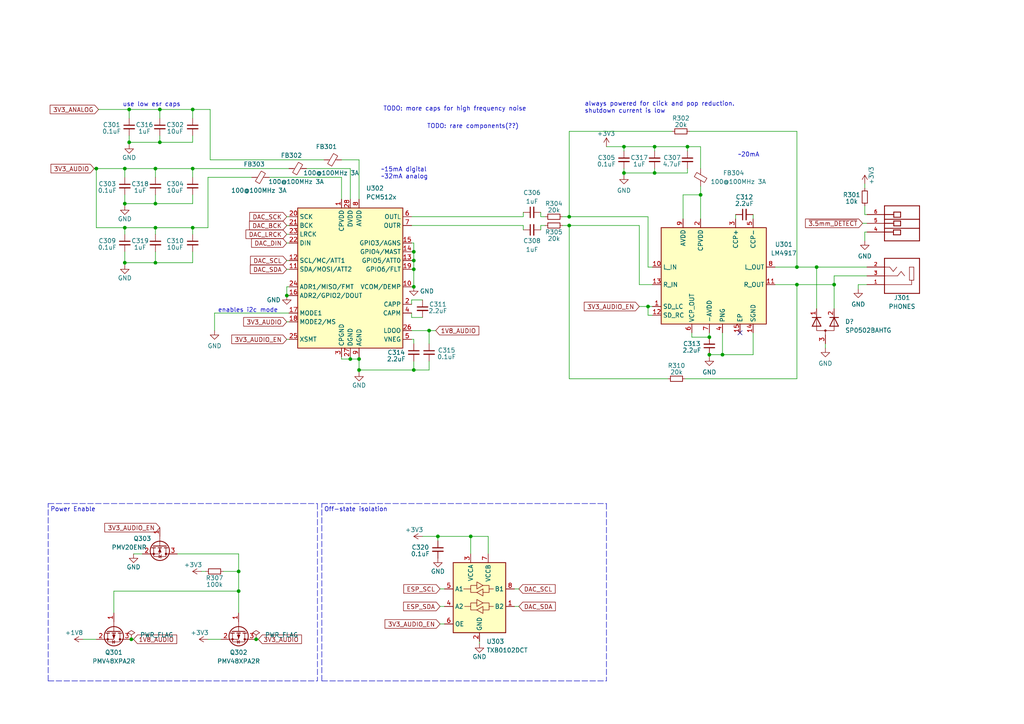
<source format=kicad_sch>
(kicad_sch (version 20211123) (generator eeschema)
  (paper "A4")
  (title_block (date "2022-09-04") (rev "1"))
  (lib_symbols
    (symbol "Audio:PCM5121PW"
      (property "Reference" "U" (at -13.97 21.59 0))
      (property "Value" "PCM5121PW" (at 10.16 21.59 0))
      (symbol "PCM5121PW_0_1"
        (rectangle (start -15.24 20.32) (end 15.24 -20.32) (stroke (width 0.254)) (fill (type background)))
      )
      (symbol "PCM5121PW_1_1"
        (pin power_in line (at -2.54 22.86 270) (length 2.54) (name "CPVDD") (number "1"))
        (pin bidirectional line (at 17.78 -2.54 180) (length 2.54) (name "VCOM/DEMP") (number "10"))
        (pin bidirectional line (at -17.78 2.54 0) (length 2.54) (name "SDA/MOSI/ATT2") (number "11"))
        (pin input line (at -17.78 5.08 0) (length 2.54) (name "SCL/MC/ATT1") (number "12"))
        (pin bidirectional line (at 17.78 5.08 180) (length 2.54) (name "GPIO5/ATT0") (number "13"))
        (pin bidirectional line (at 17.78 7.62 180) (length 2.54) (name "GPIO4/MAST") (number "14"))
        (pin bidirectional line (at 17.78 10.16 180) (length 2.54) (name "GPIO3/AGNS") (number "15"))
        (pin bidirectional line (at -17.78 -5.08 0) (length 2.54) (name "ADR2/GPIO2/DOUT") (number "16"))
        (pin input line (at -17.78 -10.16 0) (length 2.54) (name "MODE1") (number "17"))
        (pin input line (at -17.78 -12.7 0) (length 2.54) (name "MODE2/MS") (number "18"))
        (pin bidirectional line (at 17.78 2.54 180) (length 2.54) (name "GPIO6/FLT") (number "19"))
        (pin passive line (at 17.78 -7.62 180) (length 2.54) (name "CAPP") (number "2"))
        (pin input line (at -17.78 17.78 0) (length 2.54) (name "SCK") (number "20"))
        (pin bidirectional line (at -17.78 15.24 0) (length 2.54) (name "BCK") (number "21"))
        (pin input line (at -17.78 10.16 0) (length 2.54) (name "DIN") (number "22"))
        (pin bidirectional line (at -17.78 12.7 0) (length 2.54) (name "LRCK") (number "23"))
        (pin bidirectional line (at -17.78 -2.54 0) (length 2.54) (name "ADR1/MISO/FMT") (number "24"))
        (pin input line (at -17.78 -17.78 0) (length 2.54) (name "XSMT") (number "25"))
        (pin passive line (at 17.78 -15.24 180) (length 2.54) (name "LDOO") (number "26"))
        (pin power_in line (at 0 -22.86 90) (length 2.54) (name "DGND") (number "27"))
        (pin power_in line (at 0 22.86 270) (length 2.54) (name "DVDD") (number "28"))
        (pin power_in line (at -2.54 -22.86 90) (length 2.54) (name "CPGND") (number "3"))
        (pin passive line (at 17.78 -10.16 180) (length 2.54) (name "CAPM") (number "4"))
        (pin passive line (at 17.78 -17.78 180) (length 2.54) (name "VNEG") (number "5"))
        (pin output line (at 17.78 17.78 180) (length 2.54) (name "OUTL") (number "6"))
        (pin output line (at 17.78 15.24 180) (length 2.54) (name "OUTR") (number "7"))
        (pin power_in line (at 2.54 22.86 270) (length 2.54) (name "AVDD") (number "8"))
        (pin power_in line (at 2.54 -22.86 90) (length 2.54) (name "AGND") (number "9"))
      )
    )
    (symbol "Device:C_Small" (pin_numbers hide) (pin_names (offset 0.254) hide)
      (property "Reference" "C" (at 0.254 1.778 0))
      (property "Value" "C_Small" (at 0.254 -2.032 0))
      (symbol "C_Small_0_1"
        (polyline (pts (xy -1.524 -0.508) (xy 1.524 -0.508)) (stroke (width 0.3302)))
        (polyline (pts (xy -1.524 0.508) (xy 1.524 0.508)) (stroke (width 0.3048)))
      )
      (symbol "C_Small_1_1"
        (pin passive line (at 0 2.54 270) (length 2.032) (name "~") (number "1"))
        (pin passive line (at 0 -2.54 90) (length 2.032) (name "~") (number "2"))
      )
    )
    (symbol "Device:D_Dual_CommonAnode_KKA_Parallel" (pin_names (offset 0.762) hide)
      (property "Reference" "D" (at 0 5.08 0))
      (property "Value" "D_Dual_CommonAnode_KKA_Parallel" (at 0 -5.08 0))
      (symbol "D_Dual_CommonAnode_KKA_Parallel_0_0"
        (polyline (pts (xy 2.54 -3.81) (xy 2.54 -1.27)) (stroke (width 0.254)))
        (polyline (pts (xy 2.54 1.27) (xy 2.54 3.81)) (stroke (width 0.254)))
      )
      (symbol "D_Dual_CommonAnode_KKA_Parallel_0_1"
        (circle (center -1.27 0) (radius 0.254) (fill (type outline)))
        (polyline (pts (xy -1.27 0) (xy -2.54 0)))
        (polyline (pts (xy 2.54 2.54) (xy -1.27 2.54) (xy -1.27 -2.54) (xy 2.54 -2.54)))
        (polyline (pts (xy 0 -1.27) (xy 2.54 -2.54) (xy 0 -3.81) (xy 0 -1.27) (xy 0 -1.27) (xy 0 -1.27)) (stroke (width 0.254)))
        (polyline (pts (xy 0 3.81) (xy 2.54 2.54) (xy 0 1.27) (xy 0 3.81) (xy 0 3.81) (xy 0 3.81)) (stroke (width 0.254)))
        (pin passive line (at 5.08 2.54 180) (length 2.54) (name "K") (number "1"))
        (pin passive line (at 5.08 -2.54 180) (length 2.54) (name "K") (number "2"))
        (pin passive line (at -5.08 0 0) (length 2.54) (name "A") (number "3"))
      )
    )
    (symbol "Device:Ferrite_Bead_Small" (pin_numbers hide) (pin_names (offset 0))
      (property "Reference" "FB" (at 1.905 1.27 0))
      (property "Value" "Device_Ferrite_Bead_Small" (at 1.905 -1.27 0))
      (symbol "Ferrite_Bead_Small_0_1"
        (polyline (pts (xy 0 -1.27) (xy 0 -0.7874)))
        (polyline (pts (xy 0 0.889) (xy 0 1.2954)))
        (polyline (pts (xy -1.8288 0.2794) (xy -1.1176 1.4986) (xy 1.8288 -0.2032) (xy 1.1176 -1.4224) (xy -1.8288 0.2794)))
      )
      (symbol "Ferrite_Bead_Small_1_1"
        (pin passive line (at 0 2.54 270) (length 1.27) (name "~") (number "1"))
        (pin passive line (at 0 -2.54 90) (length 1.27) (name "~") (number "2"))
      )
    )
    (symbol "Device:Q_NMOS_GSD" (pin_names (offset 0) hide)
      (property "Reference" "Q" (at 5.08 1.27 0))
      (property "Value" "Q_NMOS_GSD" (at 5.08 -1.27 0))
      (symbol "Q_NMOS_GSD_0_1"
        (polyline (pts (xy 0.254 0) (xy -2.54 0)))
        (polyline (pts (xy 0.254 1.905) (xy 0.254 -1.905)) (stroke (width 0.254)))
        (polyline (pts (xy 0.762 -1.27) (xy 0.762 -2.286)) (stroke (width 0.254)))
        (polyline (pts (xy 0.762 0.508) (xy 0.762 -0.508)) (stroke (width 0.254)))
        (polyline (pts (xy 0.762 2.286) (xy 0.762 1.27)) (stroke (width 0.254)))
        (polyline (pts (xy 2.54 2.54) (xy 2.54 1.778)))
        (polyline (pts (xy 2.54 -2.54) (xy 2.54 0) (xy 0.762 0)))
        (polyline (pts (xy 0.762 -1.778) (xy 3.302 -1.778) (xy 3.302 1.778) (xy 0.762 1.778)))
        (polyline (pts (xy 1.016 0) (xy 2.032 0.381) (xy 2.032 -0.381) (xy 1.016 0)) (fill (type outline)))
        (polyline (pts (xy 2.794 0.508) (xy 2.921 0.381) (xy 3.683 0.381) (xy 3.81 0.254)))
        (polyline (pts (xy 3.302 0.381) (xy 2.921 -0.254) (xy 3.683 -0.254) (xy 3.302 0.381)))
        (circle (center 1.651 0) (radius 2.794) (stroke (width 0.254)))
        (circle (center 2.54 -1.778) (radius 0.254) (fill (type outline)))
        (circle (center 2.54 1.778) (radius 0.254) (fill (type outline)))
      )
      (symbol "Q_NMOS_GSD_1_1"
        (pin input line (at -5.08 0 0) (length 2.54) (name "G") (number "1"))
        (pin passive line (at 2.54 -5.08 90) (length 2.54) (name "S") (number "2"))
        (pin passive line (at 2.54 5.08 270) (length 2.54) (name "D") (number "3"))
      )
    )
    (symbol "Device:Q_PMOS_GSD" (pin_names (offset 0) hide)
      (property "Reference" "Q" (at 5.08 1.27 0))
      (property "Value" "Q_PMOS_GSD" (at 5.08 -1.27 0))
      (symbol "Q_PMOS_GSD_0_1"
        (polyline (pts (xy 0.254 0) (xy -2.54 0)))
        (polyline (pts (xy 0.254 1.905) (xy 0.254 -1.905)) (stroke (width 0.254)))
        (polyline (pts (xy 0.762 -1.27) (xy 0.762 -2.286)) (stroke (width 0.254)))
        (polyline (pts (xy 0.762 0.508) (xy 0.762 -0.508)) (stroke (width 0.254)))
        (polyline (pts (xy 0.762 2.286) (xy 0.762 1.27)) (stroke (width 0.254)))
        (polyline (pts (xy 2.54 2.54) (xy 2.54 1.778)))
        (polyline (pts (xy 2.54 -2.54) (xy 2.54 0) (xy 0.762 0)))
        (polyline (pts (xy 0.762 1.778) (xy 3.302 1.778) (xy 3.302 -1.778) (xy 0.762 -1.778)))
        (polyline (pts (xy 2.286 0) (xy 1.27 0.381) (xy 1.27 -0.381) (xy 2.286 0)) (fill (type outline)))
        (polyline (pts (xy 2.794 -0.508) (xy 2.921 -0.381) (xy 3.683 -0.381) (xy 3.81 -0.254)))
        (polyline (pts (xy 3.302 -0.381) (xy 2.921 0.254) (xy 3.683 0.254) (xy 3.302 -0.381)))
        (circle (center 1.651 0) (radius 2.794) (stroke (width 0.254)))
        (circle (center 2.54 -1.778) (radius 0.254) (fill (type outline)))
        (circle (center 2.54 1.778) (radius 0.254) (fill (type outline)))
      )
      (symbol "Q_PMOS_GSD_1_1"
        (pin input line (at -5.08 0 0) (length 2.54) (name "G") (number "1"))
        (pin passive line (at 2.54 -5.08 90) (length 2.54) (name "S") (number "2"))
        (pin passive line (at 2.54 5.08 270) (length 2.54) (name "D") (number "3"))
      )
    )
    (symbol "Device:R_Small" (pin_numbers hide) (pin_names (offset 0.254) hide)
      (property "Reference" "R" (at 0.762 0.508 0))
      (property "Value" "R_Small" (at 0.762 -1.016 0))
      (symbol "R_Small_0_1"
        (rectangle (start -0.762 1.778) (end 0.762 -1.778) (stroke (width 0.2032)))
      )
      (symbol "R_Small_1_1"
        (pin passive line (at 0 2.54 270) (length 0.762) (name "~") (number "1"))
        (pin passive line (at 0 -2.54 90) (length 0.762) (name "~") (number "2"))
      )
    )
    (symbol "Logic_LevelTranslator:TXB0102DCT"
      (property "Reference" "U" (at -6.35 11.43 0))
      (property "Value" "TXB0102DCT" (at 3.81 11.43 0))
      (symbol "TXB0102DCT_0_1"
        (rectangle (start -7.62 10.16) (end 7.62 -10.16) (stroke (width 0.254)) (fill (type background)))
        (polyline (pts (xy -2.54 -2.54) (xy -2.54 -1.524) (xy -0.762 -1.524)))
        (polyline (pts (xy -2.54 2.54) (xy -2.54 3.556) (xy -0.762 3.556)))
        (polyline (pts (xy 2.794 -2.54) (xy 2.794 -3.556) (xy 1.016 -3.556)))
        (polyline (pts (xy 2.794 2.54) (xy 2.794 1.524) (xy 1.016 1.524)))
        (polyline (pts (xy -0.762 -3.556) (xy -2.54 -3.556) (xy -2.54 -2.54) (xy -4.318 -2.54)))
        (polyline (pts (xy -0.762 -2.54) (xy -0.762 -0.508) (xy 1.016 -1.524) (xy -0.762 -2.54)) (fill (type background)))
        (polyline (pts (xy -0.762 1.524) (xy -2.54 1.524) (xy -2.54 2.54) (xy -4.572 2.54)))
        (polyline (pts (xy -0.762 2.54) (xy -0.762 4.572) (xy 1.016 3.556) (xy -0.762 2.54)))
        (polyline (pts (xy 1.016 -2.54) (xy 1.016 -4.572) (xy -0.762 -3.556) (xy 1.016 -2.54)))
        (polyline (pts (xy 1.016 -1.524) (xy 2.794 -1.524) (xy 2.794 -2.54) (xy 4.064 -2.54)))
        (polyline (pts (xy 1.016 3.556) (xy 2.794 3.556) (xy 2.794 2.54) (xy 4.064 2.54)))
        (polyline (pts (xy 1.016 2.54) (xy 1.016 0.762) (xy 1.016 0.508) (xy -0.762 1.524) (xy 1.016 2.54)))
      )
      (symbol "TXB0102DCT_1_1"
        (pin bidirectional line (at 10.16 -2.54 180) (length 2.54) (name "B2") (number "1"))
        (pin power_in line (at 0 -12.7 90) (length 2.54) (name "GND") (number "2"))
        (pin power_in line (at -2.54 12.7 270) (length 2.54) (name "VCCA") (number "3"))
        (pin bidirectional line (at -10.16 -2.54 0) (length 2.54) (name "A2") (number "4"))
        (pin bidirectional line (at -10.16 2.54 0) (length 2.54) (name "A1") (number "5"))
        (pin input line (at -10.16 -7.62 0) (length 2.54) (name "OE") (number "6"))
        (pin power_in line (at 2.54 12.7 270) (length 2.54) (name "VCCB") (number "7"))
        (pin bidirectional line (at 10.16 2.54 180) (length 2.54) (name "B1") (number "8"))
      )
    )
    (symbol "power:+1V8" (power) (pin_names (offset 0))
      (property "Value" "+1V8" (at 0 3.556 0))
      (symbol "+1V8_0_1"
        (polyline (pts (xy -0.762 1.27) (xy 0 2.54)))
        (polyline (pts (xy 0 0) (xy 0 2.54)))
        (polyline (pts (xy 0 2.54) (xy 0.762 1.27)))
      )
      (symbol "+1V8_1_1"
        (pin power_in line (at 0 0 90) (length 0) hide (name "+1V8") (number "1"))
      )
    )
    (symbol "power:+3V3" (power) (pin_names (offset 0))
      (property "Value" "+3V3" (at 0 3.556 0))
      (symbol "+3V3_0_1"
        (polyline (pts (xy -0.762 1.27) (xy 0 2.54)))
        (polyline (pts (xy 0 0) (xy 0 2.54)))
        (polyline (pts (xy 0 2.54) (xy 0.762 1.27)))
      )
      (symbol "+3V3_1_1"
        (pin power_in line (at 0 0 90) (length 0) hide (name "+3V3") (number "1"))
      )
    )
    (symbol "power:GND" (power) (pin_names (offset 0))
      (property "Value" "GND" (at 0 -3.81 0))
      (symbol "GND_0_1"
        (polyline (pts (xy 0 0) (xy 0 -1.27) (xy 1.27 -1.27) (xy 0 -2.54) (xy -1.27 -1.27) (xy 0 -1.27)))
      )
      (symbol "GND_1_1"
        (pin power_in line (at 0 0 270) (length 0) hide (name "GND") (number "1"))
      )
    )
    (symbol "power:PWR_FLAG" (power) (pin_numbers hide) (pin_names (offset 0) hide)
      (property "Value" "PWR_FLAG" (at 0 3.81 0))
      (symbol "PWR_FLAG_0_0"
        (pin power_out line (at 0 0 90) (length 0) (name "pwr") (number "1"))
      )
      (symbol "PWR_FLAG_0_1"
        (polyline (pts (xy 0 0) (xy 0 1.27) (xy -1.016 1.905) (xy 0 2.54) (xy 1.016 1.905) (xy 0 1.27)))
      )
    )
    (symbol "symbols:LM4917"
      (property "Reference" "U" (at 0 0 0))
      (property "Value" "LM4917" (at 0 0 0))
      (symbol "LM4917_0_0"
        (pin input line (at -17.78 -2.54 0) (length 2.54) (name "R_IN") (number "13"))
        (pin power_in line (at 11.43 -16.51 90) (length 2.54) (name "SGND") (number "14"))
        (pin power_in line (at 7.62 -16.51 90) (length 2.54) (name "EP") (number "15"))
        (pin passive line (at 6.35 16.51 270) (length 2.54) (name "CCP+") (number "3"))
      )
      (symbol "LM4917_0_1"
        (rectangle (start -15.24 13.97) (end 15.24 -13.97) (stroke (width 0.254)) (fill (type background)))
      )
      (symbol "LM4917_1_1"
        (pin input line (at -17.78 -8.89 0) (length 2.54) (name "SD_LC") (number "1"))
        (pin input line (at -17.78 2.54 0) (length 2.54) (name "L_IN") (number "10"))
        (pin output line (at 17.78 -2.54 180) (length 2.54) (name "R_OUT") (number "11"))
        (pin input line (at -17.78 -11.43 0) (length 2.54) (name "SD_RC") (number "12"))
        (pin power_in line (at -3.81 16.51 270) (length 2.54) (name "CPVDD") (number "2"))
        (pin power_in line (at 2.54 -16.51 90) (length 2.54) (name "PNG") (number "4"))
        (pin passive line (at 11.43 16.51 270) (length 2.54) (name "CCP-") (number "5"))
        (pin power_in line (at -6.35 -16.51 90) (length 2.54) (name "VCP_OUT") (number "6"))
        (pin power_in line (at -1.27 -16.51 90) (length 2.54) (name "-AVDD") (number "7"))
        (pin output line (at 17.78 2.54 180) (length 2.54) (name "L_OUT") (number "8"))
        (pin power_in line (at -8.89 16.51 270) (length 2.54) (name "AVDD") (number "9"))
      )
    )
    (symbol "symbols:SJ-3566AN" (pin_names (offset 1.016) hide)
      (property "Reference" "J301" (at 0 6.35 0))
      (property "Value" "PHONES" (at 0 8.89 0))
      (symbol "SJ-3566AN_0_0"
        (polyline (pts (xy -5.1054 -13.7922) (xy 5.0038 -13.7922)) (stroke (width 0.254)))
        (polyline (pts (xy -5.08 -20.32) (xy 5.08 -20.32)) (stroke (width 0.254)))
        (polyline (pts (xy -5.08 -10.16) (xy -5.08 -20.32)) (stroke (width 0.254)))
        (polyline (pts (xy -5.08 -5.08) (xy 5.08 -5.08)) (stroke (width 0.254)))
        (polyline (pts (xy -5.08 5.08) (xy -5.08 -5.08)) (stroke (width 0.254)))
        (polyline (pts (xy -3.429 -2.54) (xy -2.159 -2.54)) (stroke (width 0.1524)))
        (polyline (pts (xy -3.429 1.27) (xy -3.429 -2.54)) (stroke (width 0.1524)))
        (polyline (pts (xy -2.794 1.27) (xy -3.429 1.27)) (stroke (width 0.1524)))
        (polyline (pts (xy -2.794 1.27) (xy -2.794 2.54)) (stroke (width 0.1524)))
        (polyline (pts (xy -2.794 2.54) (xy 5.08 2.54)) (stroke (width 0.1524)))
        (polyline (pts (xy -2.159 -2.54) (xy -2.159 1.27)) (stroke (width 0.1524)))
        (polyline (pts (xy -2.159 1.27) (xy -2.794 1.27)) (stroke (width 0.1524)))
        (polyline (pts (xy 0.254 -1.27) (xy -0.762 0)) (stroke (width 0.1524)))
        (polyline (pts (xy 0.4064 -18.4912) (xy 0.4064 -16.9926)) (stroke (width 0.254)))
        (polyline (pts (xy 0.4064 -16.9926) (xy 2.3876 -16.9926)) (stroke (width 0.254)))
        (polyline (pts (xy 0.4064 -15.9004) (xy 0.4064 -14.5034)) (stroke (width 0.254)))
        (polyline (pts (xy 0.4064 -14.5034) (xy 2.3876 -14.5034)) (stroke (width 0.254)))
        (polyline (pts (xy 0.4064 -11.9126) (xy 0.4064 -13.3096)) (stroke (width 0.254)))
        (polyline (pts (xy 0.508 -13.3096) (xy 2.4892 -13.3096)) (stroke (width 0.254)))
        (polyline (pts (xy 1.27 0) (xy 0.254 -1.27)) (stroke (width 0.1524)))
        (polyline (pts (xy 1.524 -2.54) (xy 2.54 -1.27)) (stroke (width 0.1524)))
        (polyline (pts (xy 2.3876 -18.4912) (xy 0.4064 -18.4912)) (stroke (width 0.254)))
        (polyline (pts (xy 2.3876 -16.9926) (xy 2.3876 -18.4912)) (stroke (width 0.254)))
        (polyline (pts (xy 2.3876 -15.9004) (xy 0.4064 -15.9004)) (stroke (width 0.254)))
        (polyline (pts (xy 2.3876 -14.5034) (xy 2.3876 -15.9004)) (stroke (width 0.254)))
        (polyline (pts (xy 2.4892 -13.3096) (xy 2.4892 -11.9126)) (stroke (width 0.254)))
        (polyline (pts (xy 2.4892 -11.9126) (xy 0.508 -11.9126)) (stroke (width 0.254)))
        (polyline (pts (xy 2.54 -1.27) (xy 3.556 -2.54)) (stroke (width 0.1524)))
        (polyline (pts (xy 5.08 -20.32) (xy 5.08 -17.78)) (stroke (width 0.254)))
        (polyline (pts (xy 5.08 -17.78) (xy 2.54 -17.78)) (stroke (width 0.254)))
        (polyline (pts (xy 5.08 -17.78) (xy 5.08 -15.24)) (stroke (width 0.254)))
        (polyline (pts (xy 5.08 -15.24) (xy 2.54 -15.24)) (stroke (width 0.254)))
        (polyline (pts (xy 5.08 -15.24) (xy 5.08 -12.7)) (stroke (width 0.254)))
        (polyline (pts (xy 5.08 -12.7) (xy 2.54 -12.7)) (stroke (width 0.254)))
        (polyline (pts (xy 5.08 -12.7) (xy 5.08 -10.16)) (stroke (width 0.254)))
        (polyline (pts (xy 5.08 -10.16) (xy -5.08 -10.16)) (stroke (width 0.254)))
        (polyline (pts (xy 5.08 -5.08) (xy 5.08 -2.54)) (stroke (width 0.254)))
        (polyline (pts (xy 5.08 -2.54) (xy 3.556 -2.54)) (stroke (width 0.1524)))
        (polyline (pts (xy 5.08 -2.54) (xy 5.08 0)) (stroke (width 0.254)))
        (polyline (pts (xy 5.08 0) (xy 1.27 0)) (stroke (width 0.1524)))
        (polyline (pts (xy 5.08 0) (xy 5.08 2.54)) (stroke (width 0.254)))
        (polyline (pts (xy 5.08 2.54) (xy 5.08 5.08)) (stroke (width 0.254)))
        (polyline (pts (xy 5.08 5.08) (xy -5.08 5.08)) (stroke (width 0.254)))
        (polyline (pts (xy 5.1054 -16.4084) (xy -5.1054 -16.4084)) (stroke (width 0.254)))
        (pin passive line (at 10.16 2.54 180) (length 5.08) (name "~") (number "1"))
        (pin passive line (at 10.16 -2.54 180) (length 5.08) (name "~") (number "2"))
        (pin passive line (at 10.16 0 180) (length 5.08) (name "~") (number "3"))
        (pin passive line (at 10.16 -12.7 180) (length 5.08) (name "~") (number "4"))
        (pin passive line (at 10.16 -15.24 180) (length 5.08) (name "~") (number "5"))
        (pin passive line (at 10.16 -17.78 180) (length 5.08) (name "~") (number "6"))
      )
    )
  )
  (junction (at 120.015 83.185))
  (junction (at 55.88 66.04))
  (junction (at 120.015 75.565))
  (junction (at 38.1 185.42))
  (junction (at 120.015 73.025))
  (junction (at 189.865 42.545))
  (junction (at 205.74 102.87))
  (junction (at 199.39 42.545))
  (junction (at 27.94 48.895))
  (junction (at 104.14 107.315))
  (junction (at 189.865 50.165))
  (junction (at 45.085 48.895))
  (junction (at 55.88 31.75))
  (junction (at 101.6 104.14))
  (junction (at 241.935 82.55))
  (junction (at 187.96 88.9))
  (junction (at 231.14 82.55))
  (junction (at 45.085 76.2))
  (junction (at 180.975 42.545))
  (junction (at 36.195 66.04))
  (junction (at 203.2 56.515))
  (junction (at 69.215 165.735))
  (junction (at 45.085 59.055))
  (junction (at 209.55 102.87))
  (junction (at 104.14 104.14))
  (junction (at 74.295 185.42))
  (junction (at 127 155.575))
  (junction (at 205.74 97.79))
  (junction (at 124.46 95.885))
  (junction (at 36.195 48.895))
  (junction (at 120.015 78.105))
  (junction (at 120.015 107.315))
  (junction (at 165.1 65.405))
  (junction (at 37.465 31.75))
  (junction (at 136.525 155.575))
  (junction (at 236.855 77.47))
  (junction (at 37.465 41.275))
  (junction (at 36.195 76.2))
  (junction (at 46.355 41.275))
  (junction (at 69.215 171.45))
  (junction (at 55.88 48.895))
  (junction (at 46.355 31.75))
  (junction (at 83.185 85.725))
  (junction (at 180.975 50.165))
  (junction (at 165.1 62.865))
  (junction (at 231.14 77.47))
  (junction (at 36.195 59.055))
  (junction (at 45.085 66.04))
  (no_connect (at -332.105 50.165))
  (no_connect (at 214.63 96.52))
  (no_connect (at 229.87 256.54))
  (polyline (pts (xy 13.97 197.485) (xy 13.97 146.05)))
  (wire (pts (xy 250.825 67.31) (xy 250.825 69.85)))
  (wire (pts (xy 38.735 160.655) (xy 41.275 160.655)))
  (wire (pts (xy 45.085 56.515) (xy 45.085 59.055)))
  (wire (pts (xy 187.96 62.865) (xy 187.96 77.47)))
  (wire (pts (xy 156.845 65.405) (xy 156.845 66.675)))
  (wire (pts (xy 119.38 86.995) (xy 119.38 88.265)))
  (wire (pts (xy 119.38 75.565) (xy 120.015 75.565)))
  (wire (pts (xy 55.88 39.37) (xy 55.88 41.275)))
  (wire (pts (xy 251.46 62.23) (xy 250.825 62.23)))
  (wire (pts (xy 101.6 104.14) (xy 104.14 104.14)))
  (wire (pts (xy 36.195 59.055) (xy 36.195 59.69)))
  (wire (pts (xy 251.46 67.31) (xy 250.825 67.31)))
  (wire (pts (xy 158.115 62.865) (xy 156.845 62.865)))
  (wire (pts (xy 231.14 82.55) (xy 231.14 109.855)))
  (wire (pts (xy 156.845 62.865) (xy 156.845 61.595)))
  (wire (pts (xy 151.765 65.405) (xy 151.765 66.675)))
  (wire (pts (xy 127.635 175.895) (xy 128.905 175.895)))
  (wire (pts (xy 231.14 109.855) (xy 198.755 109.855)))
  (wire (pts (xy 213.36 62.23) (xy 213.36 63.5)))
  (wire (pts (xy 224.79 82.55) (xy 231.14 82.55)))
  (wire (pts (xy 36.195 59.055) (xy 45.085 59.055)))
  (wire (pts (xy 36.195 51.435) (xy 36.195 48.895)))
  (wire (pts (xy 37.465 31.75) (xy 46.355 31.75)))
  (polyline (pts (xy 93.345 197.485) (xy 175.895 197.485)))
  (polyline (pts (xy 13.97 197.485) (xy 92.075 197.485)))
  (wire (pts (xy 45.085 48.895) (xy 55.88 48.895)))
  (wire (pts (xy 251.46 82.55) (xy 248.92 82.55)))
  (wire (pts (xy 180.975 50.165) (xy 180.975 50.8)))
  (wire (pts (xy 60.96 31.75) (xy 60.96 46.355)))
  (wire (pts (xy 124.46 107.315) (xy 120.015 107.315)))
  (wire (pts (xy 119.38 95.885) (xy 124.46 95.885)))
  (wire (pts (xy 165.1 38.1) (xy 194.945 38.1)))
  (wire (pts (xy 180.975 42.545) (xy 180.975 43.815)))
  (wire (pts (xy 199.39 42.545) (xy 203.2 42.545)))
  (wire (pts (xy 203.2 53.975) (xy 203.2 56.515)))
  (wire (pts (xy 28.575 31.75) (xy 37.465 31.75)))
  (wire (pts (xy 104.14 57.785) (xy 104.14 46.355)))
  (wire (pts (xy 24.13 185.42) (xy 27.94 185.42)))
  (wire (pts (xy 119.38 62.865) (xy 151.765 62.865)))
  (wire (pts (xy 189.865 42.545) (xy 189.865 43.815)))
  (wire (pts (xy 45.085 48.895) (xy 45.085 51.435)))
  (wire (pts (xy 83.185 93.345) (xy 83.82 93.345)))
  (wire (pts (xy 236.855 77.47) (xy 236.855 89.535)))
  (wire (pts (xy 189.865 48.895) (xy 189.865 50.165)))
  (wire (pts (xy 37.465 41.275) (xy 46.355 41.275)))
  (wire (pts (xy 38.735 185.42) (xy 38.1 185.42)))
  (wire (pts (xy 218.44 96.52) (xy 218.44 102.87)))
  (wire (pts (xy 127.635 180.975) (xy 128.905 180.975)))
  (wire (pts (xy 185.42 65.405) (xy 165.1 65.405)))
  (wire (pts (xy 83.185 62.865) (xy 83.82 62.865)))
  (wire (pts (xy 150.495 170.815) (xy 149.225 170.815)))
  (wire (pts (xy 99.06 104.14) (xy 101.6 104.14)))
  (wire (pts (xy 45.085 66.04) (xy 45.085 67.945)))
  (wire (pts (xy 120.015 70.485) (xy 120.015 73.025)))
  (wire (pts (xy 241.935 82.55) (xy 241.935 80.01)))
  (wire (pts (xy 27.305 48.895) (xy 27.94 48.895)))
  (wire (pts (xy 83.82 48.895) (xy 55.88 48.895)))
  (wire (pts (xy 187.96 88.9) (xy 187.96 91.44)))
  (polyline (pts (xy 13.97 146.05) (xy 92.075 146.05)))
  (wire (pts (xy 83.185 83.185) (xy 83.185 85.725)))
  (wire (pts (xy 55.88 56.515) (xy 55.88 59.055)))
  (wire (pts (xy 45.085 73.025) (xy 45.085 76.2)))
  (wire (pts (xy 122.555 92.075) (xy 119.38 92.075)))
  (wire (pts (xy 165.1 62.865) (xy 163.195 62.865)))
  (wire (pts (xy 119.38 73.025) (xy 120.015 73.025)))
  (polyline (pts (xy 92.075 146.05) (xy 92.075 197.485)))
  (wire (pts (xy 46.355 31.75) (xy 55.88 31.75)))
  (wire (pts (xy 127 156.845) (xy 127 155.575)))
  (wire (pts (xy 158.115 65.405) (xy 156.845 65.405)))
  (wire (pts (xy 185.42 65.405) (xy 185.42 82.55)))
  (wire (pts (xy 124.46 104.775) (xy 124.46 107.315)))
  (wire (pts (xy 46.355 31.75) (xy 46.355 34.29)))
  (wire (pts (xy 64.77 165.735) (xy 69.215 165.735)))
  (wire (pts (xy 83.185 83.185) (xy 83.82 83.185)))
  (wire (pts (xy 175.895 42.545) (xy 180.975 42.545)))
  (wire (pts (xy 120.015 78.105) (xy 120.015 83.185)))
  (wire (pts (xy 55.88 73.025) (xy 55.88 76.2)))
  (wire (pts (xy 36.195 73.025) (xy 36.195 76.2)))
  (polyline (pts (xy 175.895 146.05) (xy 175.895 197.485)))
  (wire (pts (xy 27.94 48.895) (xy 27.94 66.04)))
  (wire (pts (xy 55.88 67.945) (xy 55.88 66.04)))
  (wire (pts (xy 189.865 42.545) (xy 199.39 42.545)))
  (wire (pts (xy 141.605 155.575) (xy 141.605 160.655)))
  (wire (pts (xy 55.88 34.29) (xy 55.88 31.75)))
  (wire (pts (xy 250.825 53.34) (xy 250.825 54.61)))
  (wire (pts (xy 74.93 185.42) (xy 74.295 185.42)))
  (wire (pts (xy 199.39 50.165) (xy 199.39 48.895)))
  (wire (pts (xy 120.015 104.775) (xy 120.015 107.315)))
  (wire (pts (xy 45.085 59.055) (xy 55.88 59.055)))
  (wire (pts (xy 119.38 98.425) (xy 120.015 98.425)))
  (wire (pts (xy 165.1 62.865) (xy 165.1 38.1)))
  (wire (pts (xy 136.525 155.575) (xy 141.605 155.575)))
  (wire (pts (xy 37.465 34.29) (xy 37.465 31.75)))
  (wire (pts (xy 165.1 109.855) (xy 165.1 65.405)))
  (wire (pts (xy 231.14 82.55) (xy 241.935 82.55)))
  (wire (pts (xy 33.02 171.45) (xy 69.215 171.45)))
  (wire (pts (xy 236.855 77.47) (xy 251.46 77.47)))
  (wire (pts (xy 55.88 51.435) (xy 55.88 48.895)))
  (wire (pts (xy 209.55 102.87) (xy 205.74 102.87)))
  (wire (pts (xy 36.195 76.2) (xy 36.195 76.835)))
  (wire (pts (xy 224.79 77.47) (xy 231.14 77.47)))
  (wire (pts (xy 203.2 42.545) (xy 203.2 48.895)))
  (wire (pts (xy 239.395 100.965) (xy 239.395 99.695)))
  (wire (pts (xy 36.195 56.515) (xy 36.195 59.055)))
  (wire (pts (xy 165.1 65.405) (xy 163.195 65.405)))
  (wire (pts (xy 180.975 50.165) (xy 189.865 50.165)))
  (polyline (pts (xy 93.345 197.485) (xy 93.345 146.05)))
  (wire (pts (xy 58.42 165.735) (xy 59.69 165.735)))
  (wire (pts (xy 83.185 67.945) (xy 83.82 67.945)))
  (wire (pts (xy 60.325 66.04) (xy 60.325 51.435)))
  (wire (pts (xy 241.935 82.55) (xy 241.935 89.535)))
  (wire (pts (xy 120.015 107.315) (xy 104.14 107.315)))
  (wire (pts (xy 62.23 90.805) (xy 62.23 95.885)))
  (wire (pts (xy 187.96 91.44) (xy 189.23 91.44)))
  (wire (pts (xy 248.92 82.55) (xy 248.92 83.82)))
  (wire (pts (xy 119.38 92.075) (xy 119.38 90.805)))
  (wire (pts (xy 36.195 66.04) (xy 45.085 66.04)))
  (wire (pts (xy 83.185 78.105) (xy 83.82 78.105)))
  (wire (pts (xy 45.085 66.04) (xy 55.88 66.04)))
  (wire (pts (xy 200.66 96.52) (xy 200.66 97.79)))
  (wire (pts (xy 205.74 103.505) (xy 205.74 102.87)))
  (wire (pts (xy 46.355 39.37) (xy 46.355 41.275)))
  (wire (pts (xy 120.015 83.185) (xy 119.38 83.185)))
  (wire (pts (xy 83.185 98.425) (xy 83.82 98.425)))
  (wire (pts (xy 198.12 63.5) (xy 198.12 56.515)))
  (wire (pts (xy 218.44 62.23) (xy 218.44 63.5)))
  (wire (pts (xy 120.015 75.565) (xy 120.015 78.105)))
  (wire (pts (xy 231.14 77.47) (xy 236.855 77.47)))
  (wire (pts (xy 101.6 57.785) (xy 101.6 48.895)))
  (wire (pts (xy 99.06 51.435) (xy 99.06 57.785)))
  (wire (pts (xy 62.23 90.805) (xy 83.82 90.805)))
  (wire (pts (xy 209.55 96.52) (xy 209.55 102.87)))
  (wire (pts (xy 60.325 51.435) (xy 73.025 51.435)))
  (wire (pts (xy 139.065 186.69) (xy 139.065 186.055)))
  (wire (pts (xy 36.195 67.945) (xy 36.195 66.04)))
  (wire (pts (xy 51.435 160.655) (xy 69.215 160.655)))
  (wire (pts (xy 55.88 66.04) (xy 60.325 66.04)))
  (wire (pts (xy 209.55 102.87) (xy 218.44 102.87)))
  (wire (pts (xy 198.12 56.515) (xy 203.2 56.515)))
  (wire (pts (xy 187.96 88.9) (xy 189.23 88.9)))
  (wire (pts (xy 231.14 38.1) (xy 231.14 77.47)))
  (wire (pts (xy 78.105 51.435) (xy 99.06 51.435)))
  (wire (pts (xy 200.025 38.1) (xy 231.14 38.1)))
  (wire (pts (xy 250.19 64.77) (xy 251.46 64.77)))
  (wire (pts (xy 205.74 97.79) (xy 205.74 96.52)))
  (wire (pts (xy 104.14 104.14) (xy 104.14 107.315)))
  (wire (pts (xy 120.015 98.425) (xy 120.015 99.695)))
  (wire (pts (xy 36.195 76.2) (xy 45.085 76.2)))
  (wire (pts (xy 99.06 46.355) (xy 104.14 46.355)))
  (polyline (pts (xy 93.345 146.05) (xy 175.895 146.05)))
  (wire (pts (xy 122.555 155.575) (xy 127 155.575)))
  (wire (pts (xy 120.015 73.025) (xy 120.015 75.565)))
  (wire (pts (xy 83.185 75.565) (xy 83.82 75.565)))
  (wire (pts (xy 36.195 66.04) (xy 27.94 66.04)))
  (wire (pts (xy 69.215 160.655) (xy 69.215 165.735)))
  (wire (pts (xy 101.6 103.505) (xy 101.6 104.14)))
  (wire (pts (xy 119.38 70.485) (xy 120.015 70.485)))
  (wire (pts (xy 189.23 82.55) (xy 185.42 82.55)))
  (wire (pts (xy 187.96 77.47) (xy 189.23 77.47)))
  (wire (pts (xy 60.325 185.42) (xy 64.135 185.42)))
  (wire (pts (xy 199.39 42.545) (xy 199.39 43.815)))
  (wire (pts (xy 55.88 31.75) (xy 60.96 31.75)))
  (wire (pts (xy 124.46 99.695) (xy 124.46 95.885)))
  (wire (pts (xy 37.465 41.275) (xy 37.465 41.91)))
  (wire (pts (xy 126.365 95.885) (xy 124.46 95.885)))
  (wire (pts (xy 36.195 48.895) (xy 45.085 48.895)))
  (wire (pts (xy 83.185 85.725) (xy 83.82 85.725)))
  (wire (pts (xy 187.96 62.865) (xy 165.1 62.865)))
  (wire (pts (xy 119.38 78.105) (xy 120.015 78.105)))
  (wire (pts (xy 180.975 42.545) (xy 189.865 42.545)))
  (wire (pts (xy 60.96 46.355) (xy 93.98 46.355)))
  (wire (pts (xy 180.975 48.895) (xy 180.975 50.165)))
  (wire (pts (xy 203.2 56.515) (xy 203.2 63.5)))
  (wire (pts (xy 104.14 103.505) (xy 104.14 104.14)))
  (wire (pts (xy 119.38 65.405) (xy 151.765 65.405)))
  (wire (pts (xy 127 155.575) (xy 136.525 155.575)))
  (wire (pts (xy 99.06 103.505) (xy 99.06 104.14)))
  (wire (pts (xy 101.6 48.895) (xy 88.9 48.895)))
  (wire (pts (xy 200.66 97.79) (xy 205.74 97.79)))
  (wire (pts (xy 241.935 80.01) (xy 251.46 80.01)))
  (wire (pts (xy 189.865 50.165) (xy 199.39 50.165)))
  (wire (pts (xy 69.215 165.735) (xy 69.215 171.45)))
  (wire (pts (xy 83.185 65.405) (xy 83.82 65.405)))
  (wire (pts (xy 122.555 86.995) (xy 119.38 86.995)))
  (wire (pts (xy 151.765 62.865) (xy 151.765 61.595)))
  (wire (pts (xy 33.02 171.45) (xy 33.02 177.8)))
  (wire (pts (xy 104.14 107.315) (xy 104.14 107.95)))
  (wire (pts (xy 69.215 171.45) (xy 69.215 177.8)))
  (wire (pts (xy 250.825 62.23) (xy 250.825 59.69)))
  (wire (pts (xy 37.465 39.37) (xy 37.465 41.275)))
  (wire (pts (xy 150.495 175.895) (xy 149.225 175.895)))
  (wire (pts (xy 193.675 109.855) (xy 165.1 109.855)))
  (wire (pts (xy 185.42 88.9) (xy 187.96 88.9)))
  (wire (pts (xy 83.185 70.485) (xy 83.82 70.485)))
  (wire (pts (xy 46.355 41.275) (xy 55.88 41.275)))
  (wire (pts (xy 127.635 170.815) (xy 128.905 170.815)))
  (wire (pts (xy 27.94 48.895) (xy 36.195 48.895)))
  (wire (pts (xy 45.085 76.2) (xy 55.88 76.2)))
  (wire (pts (xy 136.525 155.575) (xy 136.525 160.655)))
  (text "~20mA" (at 213.995 45.72 0) (effects (font (size 1.27 1.27)) (justify left bottom)))
  (text "always powered for click and pop reduction.\nshutdown current is low" (at 169.545 33.02 0) (effects (font (size 1.27 1.27)) (justify left bottom)))
  (text "Power Enable" (at 14.605 148.59 0) (effects (font (size 1.27 1.27)) (justify left bottom)))
  (text "~15mA digital\n~32mA analog" (at 110.49 52.07 0) (effects (font (size 1.27 1.27)) (justify left bottom)))
  (text "TODO: more caps for high frequency noise" (at 111.125 32.385 0) (effects (font (size 1.27 1.27)) (justify left bottom)))
  (text "use low esr caps" (at 35.56 31.115 0) (effects (font (size 1.27 1.27)) (justify left bottom)))
  (text "Off-state isolation" (at 93.98 148.59 0) (effects (font (size 1.27 1.27)) (justify left bottom)))
  (text "enables i2c mode" (at 80.645 90.805 180) (effects (font (size 1.27 1.27)) (justify right bottom)))
  (text "TODO: rare components(??)" (at 123.825 37.465 0) (effects (font (size 1.27 1.27)) (justify left bottom)))
  (global_label "3V3_AUDIO_EN" (shape input) (at 185.42 88.9 180) (property "Intersheet References" "${INTERSHEET_REFS}" (effects hide)))
  (global_label "DAC_SDA" (shape input) (at 150.495 175.895 0) (property "Intersheet References" "${INTERSHEET_REFS}" (effects hide)))
  (global_label "3V3_AUDIO_EN" (shape input) (at 83.185 98.425 180) (property "Intersheet References" "${INTERSHEET_REFS}" (effects hide)))
  (global_label "3V3_AUDIO" (shape input) (at 83.185 93.345 180) (property "Intersheet References" "${INTERSHEET_REFS}" (effects hide)))
  (global_label "DAC_SCL" (shape input) (at 83.185 75.565 180) (property "Intersheet References" "${INTERSHEET_REFS}" (effects hide)))
  (global_label "ESP_SDA" (shape input) (at 127.635 175.895 180) (property "Intersheet References" "${INTERSHEET_REFS}" (effects hide)))
  (global_label "1V8_AUDIO" (shape input) (at 126.365 95.885 0) (property "Intersheet References" "${INTERSHEET_REFS}" (effects hide)))
  (global_label "DAC_DIN" (shape input) (at 83.185 70.485 180) (property "Intersheet References" "${INTERSHEET_REFS}" (effects hide)))
  (global_label "DAC_BCK" (shape input) (at 83.185 65.405 180) (property "Intersheet References" "${INTERSHEET_REFS}" (effects hide)))
  (global_label "3V3_AUDIO" (shape input) (at 74.93 185.42 0) (property "Intersheet References" "${INTERSHEET_REFS}" (effects hide)))
  (global_label "3V3_AUDIO_EN" (shape input) (at 127.635 180.975 180) (property "Intersheet References" "${INTERSHEET_REFS}" (effects hide)))
  (global_label "DAC_SDA" (shape input) (at 83.185 78.105 180) (property "Intersheet References" "${INTERSHEET_REFS}" (effects hide)))
  (global_label "1V8_AUDIO" (shape input) (at 38.735 185.42 0) (property "Intersheet References" "${INTERSHEET_REFS}" (effects hide)))
  (global_label "DAC_SCL" (shape input) (at 150.495 170.815 0) (property "Intersheet References" "${INTERSHEET_REFS}" (effects hide)))
  (global_label "DAC_LRCK" (shape input) (at 83.185 67.945 180) (property "Intersheet References" "${INTERSHEET_REFS}" (effects hide)))
  (global_label "ESP_SCL" (shape input) (at 127.635 170.815 180) (property "Intersheet References" "${INTERSHEET_REFS}" (effects hide)))
  (global_label "DAC_SCK" (shape input) (at 83.185 62.865 180) (property "Intersheet References" "${INTERSHEET_REFS}" (effects hide)))
  (global_label "3V3_AUDIO" (shape input) (at 27.305 48.895 180) (property "Intersheet References" "${INTERSHEET_REFS}" (effects hide)))
  (global_label "3V3_ANALOG" (shape input) (at 28.575 31.75 180) (property "Intersheet References" "${INTERSHEET_REFS}" (effects hide)))
  (global_label "3V3_AUDIO_EN" (shape input) (at 46.355 153.035 180) (property "Intersheet References" "${INTERSHEET_REFS}" (effects hide)))
  (global_label "~{3.5mm_DETECT}" (shape input) (at 250.19 64.77 180) (property "Intersheet References" "${INTERSHEET_REFS}" (effects hide)))
  (symbol (lib_id "power:PWR_FLAG") (at 74.295 185.42 0) (unit 1)
    (property "Reference" "#FLG0105" (effects hide))
    (property "Value" "PWR_FLAG" (at 76.835 184.1499 0) (effects (justify left)))
  )
  (symbol (lib_id "Device:C_Small") (at 55.88 36.83 0) (unit 1)
    (property "Reference" "C302" (at 50.8 36.195 0))
    (property "Value" "10uF" (at 50.8 38.1 0))
    (property "Footprint" "Capacitor_SMD:C_0805_2012Metric" (effects hide))
    (property "PN" "EMK212ABJ106KG-T" (effects hide))
  )
  (symbol (lib_id "power:GND") (at 104.14 107.95 0) (unit 1)
    (property "Reference" "#PWR0313" (effects hide))
    (property "Value" "GND" (at 104.14 111.76 0))
  )
  (symbol (lib_id "power:GND") (at 83.185 85.725 0) (unit 1)
    (property "Reference" "#PWR0310" (effects hide))
    (property "Value" "GND" (at 79.375 86.995 0))
  )
  (symbol (lib_id "Device:C_Small") (at 55.88 70.485 0) (unit 1)
    (property "Reference" "C310" (at 50.8 69.85 0))
    (property "Value" "10uF" (at 50.8 71.755 0))
    (property "Footprint" "Capacitor_SMD:C_0805_2012Metric" (effects hide))
    (property "PN" "EMK212ABJ106KG-T" (effects hide))
  )
  (symbol (lib_id "Device:C_Small") (at 124.46 102.235 0) (unit 1)
    (property "Reference" "C315" (at 129.54 101.6 0))
    (property "Value" "0.1uF" (at 129.54 103.505 0))
    (property "Footprint" "Capacitor_SMD:C_0805_2012Metric" (effects hide))
    (property "PN" "0805YD104KAT2A" (effects hide))
  )
  (symbol (lib_id "Device:C_Small") (at 122.555 89.535 0) (unit 1)
    (property "Reference" "C311" (at 127 88.265 0))
    (property "Value" "2.2uF" (at 127 90.17 0))
    (property "Footprint" "Capacitor_SMD:C_0805_2012Metric" (effects hide))
    (property "PN" "EMK212BJ225KGHT" (effects hide))
  )
  (symbol (lib_id "Device:R_Small") (at 196.215 109.855 90) (unit 1)
    (property "Reference" "R310" (at 196.215 106.045 90))
    (property "Value" "20k" (at 196.215 107.95 90))
    (property "Footprint" "Resistor_SMD:R_0603_1608Metric" (effects hide))
    (property "PN" "AC0603FR-0720KL" (effects hide))
  )
  (symbol (lib_id "power:GND") (at 38.735 160.655 0) (unit 1)
    (property "Reference" "#PWR0309" (effects hide))
    (property "Value" "GND" (at 38.735 164.465 0))
  )
  (symbol (lib_id "power:+1V8") (at 24.13 185.42 90) (unit 1)
    (property "Reference" "#PWR0316" (effects hide))
    (property "Value" "+1V8" (at 24.13 183.515 90) (effects (justify left)))
  )
  (symbol (lib_id "power:+3V3") (at 58.42 165.735 90) (unit 1)
    (property "Reference" "#PWR0314" (effects hide))
    (property "Value" "+3V3" (at 53.34 163.83 90) (effects (justify right)))
  )
  (symbol (lib_id "Device:R_Small") (at 160.655 62.865 90) (unit 1)
    (property "Reference" "R304" (at 160.655 59.055 90))
    (property "Value" "20k" (at 160.655 60.96 90))
    (property "Footprint" "Resistor_SMD:R_0603_1608Metric" (effects hide))
    (property "PN" "AC0603FR-0720KL" (effects hide))
  )
  (symbol (lib_id "power:GND") (at 36.195 76.835 0) (unit 1)
    (property "Reference" "#PWR0306" (effects hide))
    (property "Value" "GND" (at 36.195 80.645 0))
  )
  (symbol (lib_id "Device:Ferrite_Bead_Small") (at 75.565 51.435 90) (unit 1)
    (property "Reference" "FB303" (at 76.835 47.625 90) (effects (justify left)))
    (property "Value" "100@100MHz 3A" (at 83.185 55.245 90) (effects (justify left)))
    (property "Footprint" "Inductor_SMD:L_0603_1608Metric" (effects hide))
    (property "PN" "BLM18KG101TN1D" (effects hide))
  )
  (symbol (lib_id "Device:C_Small") (at 120.015 102.235 0) (unit 1)
    (property "Reference" "C314" (at 114.935 102.235 0))
    (property "Value" "2.2uF" (at 114.935 104.14 0))
    (property "Footprint" "Capacitor_SMD:C_0805_2012Metric" (effects hide))
    (property "PN" "EMK212BJ225KGHT" (effects hide))
  )
  (symbol (lib_id "power:+3V3") (at 122.555 155.575 90) (unit 1)
    (property "Reference" "#PWR0303" (effects hide))
    (property "Value" "+3V3" (at 117.475 153.67 90) (effects (justify right)))
  )
  (symbol (lib_id "Device:C_Small") (at 55.88 53.975 0) (unit 1)
    (property "Reference" "C304" (at 50.8 53.34 0))
    (property "Value" "10uF" (at 50.8 55.245 0))
    (property "Footprint" "Capacitor_SMD:C_0805_2012Metric" (effects hide))
    (property "PN" "EMK212ABJ106KG-T" (effects hide))
  )
  (symbol (lib_id "power:GND") (at 62.23 95.885 0) (unit 1)
    (property "Reference" "#PWR0311" (effects hide))
    (property "Value" "GND" (at 62.23 100.33 0))
  )
  (symbol (lib_id "Device:C_Small") (at 45.085 53.975 0) (unit 1)
    (property "Reference" "C318" (at 40.64 53.34 0))
    (property "Value" "1uF" (at 40.64 55.245 0))
    (property "Footprint" "Capacitor_SMD:C_0805_2012Metric" (effects hide))
    (property "PN" "EMK212BJ105KG-T" (effects hide))
  )
  (symbol (lib_id "Device:Q_PMOS_GSD") (at 33.02 182.88 270) (unit 1)
    (property "Reference" "Q301" (at 33.02 189.23 90))
    (property "Value" "PMV48XPA2R" (at 33.02 191.77 90))
    (property "Footprint" "Package_TO_SOT_SMD:SOT-23" (effects hide))
    (property "PN" "PMV48XPA2R" (effects hide))
  )
  (symbol (lib_id "power:GND") (at 248.92 83.82 0) (unit 1)
    (property "Reference" "#PWR0308" (effects hide))
    (property "Value" "GND" (at 248.92 88.265 0))
  )
  (symbol (lib_id "power:+3V3") (at 175.895 42.545 0) (unit 1)
    (property "Reference" "#PWR?" (effects hide))
    (property "Value" "+3V3" (at 178.435 38.735 0) (effects (justify right)))
  )
  (symbol (lib_id "Device:C_Small") (at 46.355 36.83 0) (unit 1)
    (property "Reference" "C316" (at 41.91 36.195 0))
    (property "Value" "1uF" (at 41.91 38.1 0))
    (property "Footprint" "Capacitor_SMD:C_0805_2012Metric" (effects hide))
    (property "PN" "EMK212BJ105KG-T" (effects hide))
  )
  (symbol (lib_id "power:GND") (at 37.465 41.91 0) (unit 1)
    (property "Reference" "#PWR0301" (effects hide))
    (property "Value" "GND" (at 37.465 45.72 0))
  )
  (symbol (lib_id "power:GND") (at 239.395 100.965 0) (unit 1)
    (property "Reference" "#PWR?" (effects hide))
    (property "Value" "GND" (at 239.395 105.41 0))
  )
  (symbol (lib_id "power:GND") (at 120.015 83.185 0) (unit 1)
    (property "Reference" "#PWR0307" (effects hide))
    (property "Value" "GND" (at 123.825 84.455 0))
  )
  (symbol (lib_id "Device:C_Small") (at 199.39 46.355 0) (unit 1)
    (property "Reference" "C307" (at 194.945 45.72 0))
    (property "Value" "4.7uF" (at 194.945 47.625 0))
    (property "Footprint" "Capacitor_SMD:C_0805_2012Metric" (effects hide))
    (property "PN" "EMK212BJ475KD-T" (effects hide))
  )
  (symbol (lib_id "Device:C_Small") (at 180.975 46.355 0) (unit 1)
    (property "Reference" "C305" (at 175.895 45.72 0))
    (property "Value" "0.1uF" (at 175.895 47.625 0))
    (property "Footprint" "Capacitor_SMD:C_0805_2012Metric" (effects hide))
    (property "PN" "0805YD104KAT2A" (effects hide))
  )
  (symbol (lib_id "power:GND") (at 139.065 186.69 0) (unit 1)
    (property "Reference" "#PWR0315" (effects hide))
    (property "Value" "GND" (at 139.065 190.5 0))
  )
  (symbol (lib_id "Device:C_Small") (at 215.9 62.23 90) (unit 1)
    (property "Reference" "C312" (at 215.9 57.15 90))
    (property "Value" "2.2uF" (at 215.9 59.055 90))
    (property "Footprint" "Capacitor_SMD:C_0603_1608Metric" (effects hide))
    (property "PN" "0603" (effects hide))
  )
  (symbol (lib_id "Device:Ferrite_Bead_Small") (at 203.2 51.435 180) (unit 1)
    (property "Reference" "FB304" (at 215.9 50.165 0) (effects (justify left)))
    (property "Value" "100@100MHz 3A" (at 222.25 52.705 0) (effects (justify left)))
    (property "Footprint" "Inductor_SMD:L_0603_1608Metric" (effects hide))
    (property "PN" "BLM18KG101TN1D" (effects hide))
  )
  (symbol (lib_id "power:+3V3") (at 250.825 53.34 0) (unit 1)
    (property "Reference" "#PWR0302" (effects hide))
    (property "Value" "+3V3" (at 252.73 48.26 90) (effects (justify right)))
  )
  (symbol (lib_id "power:GND") (at 250.825 69.85 0) (unit 1)
    (property "Reference" "#PWR0305" (effects hide))
    (property "Value" "GND" (at 250.825 74.295 0))
  )
  (symbol (lib_id "power:GND") (at 205.74 103.505 0) (unit 1)
    (property "Reference" "#PWR0122" (effects hide))
    (property "Value" "GND" (at 205.74 107.95 0))
  )
  (symbol (lib_id "Device:R_Small") (at 250.825 57.15 180) (unit 1)
    (property "Reference" "R301" (at 247.015 56.515 0))
    (property "Value" "10k" (at 247.015 58.42 0))
    (property "Footprint" "Resistor_SMD:R_0603_1608Metric" (effects hide))
    (property "PN" "AC0603JR-0710KL" (effects hide))
  )
  (symbol (lib_id "symbols:SJ-3566AN") (at 261.62 80.01 180) (unit 1)
    (property "Reference" "J301" (at 261.62 86.36 0))
    (property "Value" "PHONES" (at 261.62 88.9 0))
    (property "Footprint" "footprints:CUI_SJ-3566AN" (effects hide))
    (property "PN" "SJ-3566AN" (effects hide))
  )
  (symbol (lib_id "Device:C_Small") (at 127 159.385 0) (unit 1)
    (property "Reference" "C320" (at 121.92 158.75 0))
    (property "Value" "0.1uF" (at 121.92 160.655 0))
    (property "Footprint" "Capacitor_SMD:C_0805_2012Metric" (effects hide))
    (property "PN" "0805YD104KAT2A" (effects hide))
  )
  (symbol (lib_id "Device:Q_NMOS_GSD") (at 46.355 158.115 270) (unit 1)
    (property "Reference" "Q303" (at 41.275 156.21 90))
    (property "Value" "PMV20ENR" (at 37.465 158.75 90))
    (property "Footprint" "Package_TO_SOT_SMD:SOT-23" (effects hide))
    (property "PN" "PMV20ENR" (effects hide))
  )
  (symbol (lib_id "Device:Q_PMOS_GSD") (at 69.215 182.88 270) (unit 1)
    (property "Reference" "Q302" (at 69.215 189.23 90))
    (property "Value" "PMV48XPA2R" (at 69.215 191.77 90))
    (property "Footprint" "Package_TO_SOT_SMD:SOT-23" (effects hide))
    (property "PN" "PMV48XPA2R" (effects hide))
  )
  (symbol (lib_id "power:GND") (at 180.975 50.8 0) (unit 1)
    (property "Reference" "#PWR0123" (effects hide))
    (property "Value" "GND" (at 180.975 55.245 0))
  )
  (symbol (lib_id "Device:C_Small") (at 154.305 66.675 90) (unit 1)
    (property "Reference" "C308" (at 154.305 69.85 90))
    (property "Value" "1uF" (at 154.305 72.39 90))
    (property "Footprint" "Diode_SMD:D_1206_3216Metric" (effects hide))
    (property "PN" "T491A105M016AT" (effects hide))
  )
  (symbol (lib_id "Device:Ferrite_Bead_Small") (at 86.36 48.895 90) (unit 1)
    (property "Reference" "FB302" (at 87.63 45.085 90) (effects (justify left)))
    (property "Value" "100@100MHz 3A" (at 93.98 52.705 90) (effects (justify left)))
    (property "Footprint" "Inductor_SMD:L_0603_1608Metric" (effects hide))
    (property "PN" "BLM18KG101TN1D" (effects hide))
  )
  (symbol (lib_id "power:GND") (at 36.195 59.69 0) (unit 1)
    (property "Reference" "#PWR0304" (effects hide))
    (property "Value" "GND" (at 36.195 63.5 0))
  )
  (symbol (lib_id "Device:C_Small") (at 36.195 70.485 0) (unit 1)
    (property "Reference" "C309" (at 31.115 69.85 0))
    (property "Value" "0.1uF" (at 31.115 71.755 0))
    (property "Footprint" "Capacitor_SMD:C_0805_2012Metric" (effects hide))
    (property "PN" "0805YD104KAT2A" (effects hide))
  )
  (symbol (lib_id "Device:C_Small") (at 154.305 61.595 90) (unit 1)
    (property "Reference" "C306" (at 154.305 55.88 90))
    (property "Value" "1uF" (at 154.305 58.42 90))
    (property "Footprint" "Diode_SMD:D_1206_3216Metric" (effects hide))
    (property "PN" "T491A105M016AT" (effects hide))
  )
  (symbol (lib_id "Device:R_Small") (at 62.23 165.735 90) (unit 1)
    (property "Reference" "R307" (at 62.23 167.64 90))
    (property "Value" "100k" (at 62.23 169.545 90))
    (property "Footprint" "Resistor_SMD:R_0603_1608Metric" (effects hide))
    (property "PN" "RC0603JR-10100KL" (effects hide))
  )
  (symbol (lib_id "Device:C_Small") (at 36.195 53.975 0) (unit 1)
    (property "Reference" "C303" (at 31.115 53.34 0))
    (property "Value" "0.1uF" (at 31.115 55.245 0))
    (property "Footprint" "Capacitor_SMD:C_0805_2012Metric" (effects hide))
    (property "PN" "0805YD104KAT2A" (effects hide))
  )
  (symbol (lib_id "Device:R_Small") (at 160.655 65.405 270) (unit 1)
    (property "Reference" "R305" (at 160.655 67.31 90))
    (property "Value" "20k" (at 160.655 69.215 90))
    (property "Footprint" "Resistor_SMD:R_0603_1608Metric" (effects hide))
    (property "PN" "AC0603FR-0720KL" (effects hide))
  )
  (symbol (lib_id "power:GND") (at 127 161.925 0) (unit 1)
    (property "Reference" "#PWR0312" (effects hide))
    (property "Value" "GND" (at 127 165.735 0))
  )
  (symbol (lib_id "symbols:LM4917") (at 207.01 80.01 0) (unit 1)
    (property "Reference" "U301" (at 227.33 70.8912 0))
    (property "Value" "LM4917" (at 227.33 73.4312 0))
    (property "Footprint" "footprints:SOIC-14" (effects hide))
    (property "PN" "LM4917SD" (effects hide))
  )
  (symbol (lib_id "Device:R_Small") (at 197.485 38.1 90) (unit 1)
    (property "Reference" "R302" (at 197.485 34.29 90))
    (property "Value" "20k" (at 197.485 36.195 90))
    (property "Footprint" "Resistor_SMD:R_0603_1608Metric" (effects hide))
    (property "PN" "AC0603FR-0720KL" (effects hide))
  )
  (symbol (lib_id "Audio:PCM5121PW") (at 101.6 80.645 0) (unit 1)
    (property "Reference" "U302" (at 106.1594 54.61 0) (effects (justify left)))
    (property "Value" "PCM512x" (at 106.1594 57.15 0) (effects (justify left)))
    (property "Footprint" "Package_SO:TSSOP-28_4.4x9.7mm_P0.65mm" (effects hide))
    (property "Datasheet" "http://www.ti.com/lit/ds/symlink/pcm5121.pdf" (effects hide))
    (property "PN" "PCM512x" (effects hide))
  )
  (symbol (lib_id "power:+3V3") (at 60.325 185.42 90) (unit 1)
    (property "Reference" "#PWR0317" (effects hide))
    (property "Value" "+3V3" (at 55.245 183.515 90) (effects (justify right)))
  )
  (symbol (lib_id "Logic_LevelTranslator:TXB0102DCT") (at 139.065 173.355 0) (unit 1)
    (property "Reference" "U303" (at 141.0844 186.055 0) (effects (justify left)))
    (property "Value" "TXB0102DCT" (at 141.0844 188.595 0) (effects (justify left)))
    (property "Footprint" "Package_SO:TSSOP-8_3x3mm_P0.65mm" (effects hide))
    (property "Datasheet" "http://www.ti.com/lit/ds/symlink/txb0102.pdf" (effects hide))
  )
  (symbol (lib_id "Device:D_Dual_CommonAnode_KKA_Parallel") (at 239.395 94.615 90) (unit 1)
    (property "Reference" "D?" (at 245.11 93.2814 90) (effects (justify right)))
    (property "Value" "SP0502BAHTG " (at 245.11 95.8214 90) (effects (justify right)))
    (property "Footprint" "Package_TO_SOT_SMD:SOT-523" (effects hide))
    (property "PN" "PESD2USB3UV-TR" (effects hide))
  )
  (symbol (lib_id "Device:C_Small") (at 189.865 46.355 0) (unit 1)
    (property "Reference" "C317" (at 185.42 45.72 0))
    (property "Value" "1uF" (at 185.42 47.625 0))
    (property "Footprint" "Capacitor_SMD:C_0805_2012Metric" (effects hide))
    (property "PN" "EMK212BJ105KG-T" (effects hide))
  )
  (symbol (lib_id "Device:C_Small") (at 205.74 100.33 180) (unit 1)
    (property "Reference" "C313" (at 200.66 99.695 0))
    (property "Value" "2.2uF" (at 200.66 101.6 0))
    (property "Footprint" "Capacitor_SMD:C_0805_2012Metric" (effects hide))
    (property "PN" "EMK212BJ225KGHT" (effects hide))
  )
  (symbol (lib_id "Device:C_Small") (at 37.465 36.83 0) (unit 1)
    (property "Reference" "C301" (at 32.385 36.195 0))
    (property "Value" "0.1uF" (at 32.385 38.1 0))
    (property "Footprint" "Capacitor_SMD:C_0805_2012Metric" (effects hide))
    (property "PN" "0805YD104KAT2A" (effects hide))
  )
  (symbol (lib_id "power:PWR_FLAG") (at 38.1 185.42 0) (unit 1)
    (property "Reference" "#FLG0104" (effects hide))
    (property "Value" "PWR_FLAG" (at 40.64 184.1499 0) (effects (justify left)))
  )
  (symbol (lib_id "Device:C_Small") (at 45.085 70.485 0) (unit 1)
    (property "Reference" "C319" (at 40.64 69.85 0))
    (property "Value" "1uF" (at 40.64 71.755 0))
    (property "Footprint" "Capacitor_SMD:C_0805_2012Metric" (effects hide))
    (property "PN" "EMK212BJ105KG-T" (effects hide))
  )
  (symbol (lib_id "Device:Ferrite_Bead_Small") (at 96.52 46.355 90) (unit 1)
    (property "Reference" "FB301" (at 97.79 42.545 90) (effects (justify left)))
    (property "Value" "100@100MHz 3A" (at 104.14 50.165 90) (effects (justify left)))
    (property "Footprint" "Inductor_SMD:L_0603_1608Metric" (effects hide))
    (property "PN" "BLM18KG101TN1D" (effects hide))
  )
)
</source>
